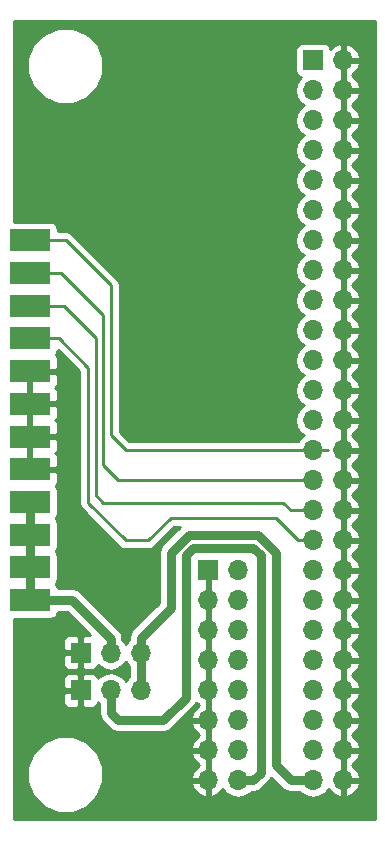
<source format=gtl>
G04 #@! TF.FileFunction,Copper,L1,Top,Signal*
%FSLAX46Y46*%
G04 Gerber Fmt 4.6, Leading zero omitted, Abs format (unit mm)*
G04 Created by KiCad (PCBNEW 4.0.7) date Mon Nov 20 01:04:48 2017*
%MOMM*%
%LPD*%
G01*
G04 APERTURE LIST*
%ADD10C,0.100000*%
%ADD11R,3.480000X1.846667*%
%ADD12R,1.700000X1.700000*%
%ADD13O,1.700000X1.700000*%
%ADD14C,0.750000*%
%ADD15C,0.250000*%
%ADD16C,0.254000*%
G04 APERTURE END LIST*
D10*
D11*
X76980000Y-97795000D03*
X76980000Y-100565000D03*
X76980000Y-103335000D03*
X76980000Y-106105000D03*
X76980000Y-108875000D03*
X76980000Y-111645000D03*
X76980000Y-114415000D03*
X76980000Y-117185000D03*
X76980000Y-119955000D03*
X76980000Y-122725000D03*
X76980000Y-125495000D03*
X76980000Y-128265000D03*
D12*
X100965000Y-82550000D03*
D13*
X103505000Y-82550000D03*
X100965000Y-85090000D03*
X103505000Y-85090000D03*
X100965000Y-87630000D03*
X103505000Y-87630000D03*
X100965000Y-90170000D03*
X103505000Y-90170000D03*
X100965000Y-92710000D03*
X103505000Y-92710000D03*
X100965000Y-95250000D03*
X103505000Y-95250000D03*
X100965000Y-97790000D03*
X103505000Y-97790000D03*
X100965000Y-100330000D03*
X103505000Y-100330000D03*
X100965000Y-102870000D03*
X103505000Y-102870000D03*
X100965000Y-105410000D03*
X103505000Y-105410000D03*
X100965000Y-107950000D03*
X103505000Y-107950000D03*
X100965000Y-110490000D03*
X103505000Y-110490000D03*
X100965000Y-113030000D03*
X103505000Y-113030000D03*
X100965000Y-115570000D03*
X103505000Y-115570000D03*
X100965000Y-118110000D03*
X103505000Y-118110000D03*
X100965000Y-120650000D03*
X103505000Y-120650000D03*
X100965000Y-123190000D03*
X103505000Y-123190000D03*
X100965000Y-125730000D03*
X103505000Y-125730000D03*
X100965000Y-128270000D03*
X103505000Y-128270000D03*
X100965000Y-130810000D03*
X103505000Y-130810000D03*
X100965000Y-133350000D03*
X103505000Y-133350000D03*
X100965000Y-135890000D03*
X103505000Y-135890000D03*
X100965000Y-138430000D03*
X103505000Y-138430000D03*
X100965000Y-140970000D03*
X103505000Y-140970000D03*
X100965000Y-143510000D03*
X103505000Y-143510000D03*
D12*
X81280000Y-132715000D03*
D13*
X83820000Y-132715000D03*
X86360000Y-132715000D03*
D12*
X92075000Y-125730000D03*
D13*
X94615000Y-125730000D03*
X92075000Y-128270000D03*
X94615000Y-128270000D03*
X92075000Y-130810000D03*
X94615000Y-130810000D03*
X92075000Y-133350000D03*
X94615000Y-133350000D03*
X92075000Y-135890000D03*
X94615000Y-135890000D03*
X92075000Y-138430000D03*
X94615000Y-138430000D03*
X92075000Y-140970000D03*
X94615000Y-140970000D03*
X92075000Y-143510000D03*
X94615000Y-143510000D03*
D12*
X81280000Y-135890000D03*
D13*
X83820000Y-135890000D03*
X86360000Y-135890000D03*
D14*
X76980000Y-117185000D02*
X78088335Y-117185000D01*
D15*
X77470000Y-97795000D02*
X80015000Y-97795000D01*
X80015000Y-97795000D02*
X83820000Y-101600000D01*
X83820000Y-101600000D02*
X83820000Y-114300000D01*
X83820000Y-114300000D02*
X85090000Y-115570000D01*
X85090000Y-115570000D02*
X102229999Y-115570000D01*
X102229999Y-115570000D02*
X100965000Y-115570000D01*
X88900000Y-118110000D02*
X100965000Y-118110000D01*
X88900000Y-118110000D02*
X84455000Y-118110000D01*
X79610000Y-100565000D02*
X77470000Y-100565000D01*
X83185000Y-104140000D02*
X79610000Y-100565000D01*
X83185000Y-116840000D02*
X83185000Y-104140000D01*
X84455000Y-118110000D02*
X83185000Y-116840000D01*
X98425000Y-120015000D02*
X99060000Y-120650000D01*
X99060000Y-120650000D02*
X100965000Y-120650000D01*
X83185000Y-120015000D02*
X98425000Y-120015000D01*
X77470000Y-103335000D02*
X79840000Y-103335000D01*
X79840000Y-103335000D02*
X82550000Y-106045000D01*
X82550000Y-106045000D02*
X82550000Y-119380000D01*
X82550000Y-119380000D02*
X83185000Y-120015000D01*
X100330000Y-120015000D02*
X100965000Y-120650000D01*
X77470000Y-106105000D02*
X79435000Y-106105000D01*
X79435000Y-106105000D02*
X81915000Y-108585000D01*
X81915000Y-108585000D02*
X81915000Y-120015000D01*
X81915000Y-120015000D02*
X85090000Y-123190000D01*
X85090000Y-123190000D02*
X86995000Y-123190000D01*
X86995000Y-123190000D02*
X88900000Y-121285000D01*
X88900000Y-121285000D02*
X97790000Y-121285000D01*
X97790000Y-121285000D02*
X99695000Y-123190000D01*
X99695000Y-123190000D02*
X100965000Y-123190000D01*
D14*
X86360000Y-132715000D02*
X86360000Y-135890000D01*
X86360000Y-131445000D02*
X86360000Y-132715000D01*
X100965000Y-143510000D02*
X99060000Y-143510000D01*
X88900000Y-128905000D02*
X86360000Y-131445000D01*
X99060000Y-143510000D02*
X97790000Y-142240000D01*
X97790000Y-142240000D02*
X97790000Y-124245062D01*
X97790000Y-124245062D02*
X96264948Y-122720010D01*
X96264948Y-122720010D02*
X90425052Y-122720010D01*
X88900000Y-124245062D02*
X88900000Y-128905000D01*
X90425052Y-122720010D02*
X88900000Y-124245062D01*
X94615000Y-143510000D02*
X95885000Y-143510000D01*
X95885000Y-143510000D02*
X96520000Y-142875000D01*
X88265000Y-138430000D02*
X84455000Y-138430000D01*
X96520000Y-142875000D02*
X96520000Y-124460000D01*
X96520000Y-124460000D02*
X95885000Y-123825000D01*
X95885000Y-123825000D02*
X90805000Y-123825000D01*
X83820000Y-137795000D02*
X83820000Y-135890000D01*
X90805000Y-123825000D02*
X90170000Y-124460000D01*
X90170000Y-124460000D02*
X90170000Y-136525000D01*
X90170000Y-136525000D02*
X88265000Y-138430000D01*
X84455000Y-138430000D02*
X83820000Y-137795000D01*
X76980000Y-122725000D02*
X76980000Y-119955000D01*
X76980000Y-125495000D02*
X76980000Y-122725000D01*
X76980000Y-128265000D02*
X76980000Y-125495000D01*
X83820000Y-132715000D02*
X83820000Y-131512919D01*
X83820000Y-131512919D02*
X80572081Y-128265000D01*
X80572081Y-128265000D02*
X79470000Y-128265000D01*
X79470000Y-128265000D02*
X76980000Y-128265000D01*
D16*
G36*
X106206500Y-146832500D02*
X75626500Y-146832500D01*
X75626500Y-143669074D01*
X76752441Y-143669074D01*
X77242687Y-144855561D01*
X78149664Y-145764123D01*
X79335294Y-146256439D01*
X80619074Y-146257559D01*
X81805561Y-145767313D01*
X82714123Y-144860336D01*
X83126637Y-143866890D01*
X90633524Y-143866890D01*
X90803355Y-144276924D01*
X91193642Y-144705183D01*
X91718108Y-144951486D01*
X91948000Y-144830819D01*
X91948000Y-143637000D01*
X90754845Y-143637000D01*
X90633524Y-143866890D01*
X83126637Y-143866890D01*
X83206439Y-143674706D01*
X83207559Y-142390926D01*
X82767909Y-141326890D01*
X90633524Y-141326890D01*
X90803355Y-141736924D01*
X91193642Y-142165183D01*
X91352954Y-142240000D01*
X91193642Y-142314817D01*
X90803355Y-142743076D01*
X90633524Y-143153110D01*
X90754845Y-143383000D01*
X91948000Y-143383000D01*
X91948000Y-141097000D01*
X90754845Y-141097000D01*
X90633524Y-141326890D01*
X82767909Y-141326890D01*
X82717313Y-141204439D01*
X81810336Y-140295877D01*
X80624706Y-139803561D01*
X79340926Y-139802441D01*
X78154439Y-140292687D01*
X77245877Y-141199664D01*
X76753561Y-142385294D01*
X76752441Y-143669074D01*
X75626500Y-143669074D01*
X75626500Y-136175750D01*
X79795000Y-136175750D01*
X79795000Y-136866309D01*
X79891673Y-137099698D01*
X80070301Y-137278327D01*
X80303690Y-137375000D01*
X80994250Y-137375000D01*
X81153000Y-137216250D01*
X81153000Y-136017000D01*
X79953750Y-136017000D01*
X79795000Y-136175750D01*
X75626500Y-136175750D01*
X75626500Y-134913691D01*
X79795000Y-134913691D01*
X79795000Y-135604250D01*
X79953750Y-135763000D01*
X81153000Y-135763000D01*
X81153000Y-134563750D01*
X80994250Y-134405000D01*
X80303690Y-134405000D01*
X80070301Y-134501673D01*
X79891673Y-134680302D01*
X79795000Y-134913691D01*
X75626500Y-134913691D01*
X75626500Y-133000750D01*
X79795000Y-133000750D01*
X79795000Y-133691309D01*
X79891673Y-133924698D01*
X80070301Y-134103327D01*
X80303690Y-134200000D01*
X80994250Y-134200000D01*
X81153000Y-134041250D01*
X81153000Y-132842000D01*
X79953750Y-132842000D01*
X79795000Y-133000750D01*
X75626500Y-133000750D01*
X75626500Y-131738691D01*
X79795000Y-131738691D01*
X79795000Y-132429250D01*
X79953750Y-132588000D01*
X81153000Y-132588000D01*
X81153000Y-131388750D01*
X80994250Y-131230000D01*
X80303690Y-131230000D01*
X80070301Y-131326673D01*
X79891673Y-131505302D01*
X79795000Y-131738691D01*
X75626500Y-131738691D01*
X75626500Y-129835773D01*
X78720000Y-129835773D01*
X78955317Y-129791495D01*
X79171441Y-129652423D01*
X79316431Y-129440223D01*
X79349889Y-129275000D01*
X80153725Y-129275000D01*
X82108725Y-131230000D01*
X81565750Y-131230000D01*
X81407000Y-131388750D01*
X81407000Y-132588000D01*
X81427000Y-132588000D01*
X81427000Y-132842000D01*
X81407000Y-132842000D01*
X81407000Y-134041250D01*
X81565750Y-134200000D01*
X82256310Y-134200000D01*
X82489699Y-134103327D01*
X82668327Y-133924698D01*
X82740597Y-133750223D01*
X82769946Y-133794147D01*
X83251715Y-134116054D01*
X83820000Y-134229093D01*
X84388285Y-134116054D01*
X84870054Y-133794147D01*
X85090000Y-133464974D01*
X85309946Y-133794147D01*
X85350000Y-133820910D01*
X85350000Y-134784090D01*
X85309946Y-134810853D01*
X85090000Y-135140026D01*
X84870054Y-134810853D01*
X84388285Y-134488946D01*
X83820000Y-134375907D01*
X83251715Y-134488946D01*
X82769946Y-134810853D01*
X82740597Y-134854777D01*
X82668327Y-134680302D01*
X82489699Y-134501673D01*
X82256310Y-134405000D01*
X81565750Y-134405000D01*
X81407000Y-134563750D01*
X81407000Y-135763000D01*
X81427000Y-135763000D01*
X81427000Y-136017000D01*
X81407000Y-136017000D01*
X81407000Y-137216250D01*
X81565750Y-137375000D01*
X82256310Y-137375000D01*
X82489699Y-137278327D01*
X82668327Y-137099698D01*
X82740597Y-136925223D01*
X82769946Y-136969147D01*
X82810000Y-136995910D01*
X82810000Y-137795000D01*
X82886882Y-138181510D01*
X83105822Y-138509178D01*
X83740822Y-139144178D01*
X84068490Y-139363118D01*
X84455000Y-139440000D01*
X88265000Y-139440000D01*
X88651510Y-139363118D01*
X88979178Y-139144178D01*
X89336466Y-138786890D01*
X90633524Y-138786890D01*
X90803355Y-139196924D01*
X91193642Y-139625183D01*
X91352954Y-139700000D01*
X91193642Y-139774817D01*
X90803355Y-140203076D01*
X90633524Y-140613110D01*
X90754845Y-140843000D01*
X91948000Y-140843000D01*
X91948000Y-138557000D01*
X90754845Y-138557000D01*
X90633524Y-138786890D01*
X89336466Y-138786890D01*
X90884178Y-137239178D01*
X91074458Y-136954403D01*
X91193642Y-137085183D01*
X91352954Y-137160000D01*
X91193642Y-137234817D01*
X90803355Y-137663076D01*
X90633524Y-138073110D01*
X90754845Y-138303000D01*
X91948000Y-138303000D01*
X91948000Y-136017000D01*
X91928000Y-136017000D01*
X91928000Y-135763000D01*
X91948000Y-135763000D01*
X91948000Y-133477000D01*
X91928000Y-133477000D01*
X91928000Y-133223000D01*
X91948000Y-133223000D01*
X91948000Y-130937000D01*
X91928000Y-130937000D01*
X91928000Y-130683000D01*
X91948000Y-130683000D01*
X91948000Y-128397000D01*
X91928000Y-128397000D01*
X91928000Y-128143000D01*
X91948000Y-128143000D01*
X91948000Y-125857000D01*
X91928000Y-125857000D01*
X91928000Y-125603000D01*
X91948000Y-125603000D01*
X91948000Y-125583000D01*
X92202000Y-125583000D01*
X92202000Y-125603000D01*
X92222000Y-125603000D01*
X92222000Y-125857000D01*
X92202000Y-125857000D01*
X92202000Y-128143000D01*
X92222000Y-128143000D01*
X92222000Y-128397000D01*
X92202000Y-128397000D01*
X92202000Y-130683000D01*
X92222000Y-130683000D01*
X92222000Y-130937000D01*
X92202000Y-130937000D01*
X92202000Y-133223000D01*
X92222000Y-133223000D01*
X92222000Y-133477000D01*
X92202000Y-133477000D01*
X92202000Y-135763000D01*
X92222000Y-135763000D01*
X92222000Y-136017000D01*
X92202000Y-136017000D01*
X92202000Y-138303000D01*
X92222000Y-138303000D01*
X92222000Y-138557000D01*
X92202000Y-138557000D01*
X92202000Y-140843000D01*
X92222000Y-140843000D01*
X92222000Y-141097000D01*
X92202000Y-141097000D01*
X92202000Y-143383000D01*
X92222000Y-143383000D01*
X92222000Y-143637000D01*
X92202000Y-143637000D01*
X92202000Y-144830819D01*
X92431892Y-144951486D01*
X92956358Y-144705183D01*
X93346645Y-144276924D01*
X93346655Y-144276899D01*
X93535853Y-144560054D01*
X94017622Y-144881961D01*
X94585907Y-144995000D01*
X94644093Y-144995000D01*
X95212378Y-144881961D01*
X95694147Y-144560054D01*
X95720910Y-144520000D01*
X95885000Y-144520000D01*
X96271510Y-144443118D01*
X96599178Y-144224178D01*
X97234178Y-143589178D01*
X97425094Y-143303450D01*
X98345822Y-144224178D01*
X98673490Y-144443118D01*
X99060000Y-144520000D01*
X99859090Y-144520000D01*
X99885853Y-144560054D01*
X100367622Y-144881961D01*
X100935907Y-144995000D01*
X100994093Y-144995000D01*
X101562378Y-144881961D01*
X102044147Y-144560054D01*
X102233345Y-144276899D01*
X102233355Y-144276924D01*
X102623642Y-144705183D01*
X103148108Y-144951486D01*
X103378000Y-144830819D01*
X103378000Y-143637000D01*
X103632000Y-143637000D01*
X103632000Y-144830819D01*
X103861892Y-144951486D01*
X104386358Y-144705183D01*
X104776645Y-144276924D01*
X104946476Y-143866890D01*
X104825155Y-143637000D01*
X103632000Y-143637000D01*
X103378000Y-143637000D01*
X103358000Y-143637000D01*
X103358000Y-143383000D01*
X103378000Y-143383000D01*
X103378000Y-141097000D01*
X103632000Y-141097000D01*
X103632000Y-143383000D01*
X104825155Y-143383000D01*
X104946476Y-143153110D01*
X104776645Y-142743076D01*
X104386358Y-142314817D01*
X104227046Y-142240000D01*
X104386358Y-142165183D01*
X104776645Y-141736924D01*
X104946476Y-141326890D01*
X104825155Y-141097000D01*
X103632000Y-141097000D01*
X103378000Y-141097000D01*
X103358000Y-141097000D01*
X103358000Y-140843000D01*
X103378000Y-140843000D01*
X103378000Y-138557000D01*
X103632000Y-138557000D01*
X103632000Y-140843000D01*
X104825155Y-140843000D01*
X104946476Y-140613110D01*
X104776645Y-140203076D01*
X104386358Y-139774817D01*
X104227046Y-139700000D01*
X104386358Y-139625183D01*
X104776645Y-139196924D01*
X104946476Y-138786890D01*
X104825155Y-138557000D01*
X103632000Y-138557000D01*
X103378000Y-138557000D01*
X103358000Y-138557000D01*
X103358000Y-138303000D01*
X103378000Y-138303000D01*
X103378000Y-136017000D01*
X103632000Y-136017000D01*
X103632000Y-138303000D01*
X104825155Y-138303000D01*
X104946476Y-138073110D01*
X104776645Y-137663076D01*
X104386358Y-137234817D01*
X104227046Y-137160000D01*
X104386358Y-137085183D01*
X104776645Y-136656924D01*
X104946476Y-136246890D01*
X104825155Y-136017000D01*
X103632000Y-136017000D01*
X103378000Y-136017000D01*
X103358000Y-136017000D01*
X103358000Y-135763000D01*
X103378000Y-135763000D01*
X103378000Y-133477000D01*
X103632000Y-133477000D01*
X103632000Y-135763000D01*
X104825155Y-135763000D01*
X104946476Y-135533110D01*
X104776645Y-135123076D01*
X104386358Y-134694817D01*
X104227046Y-134620000D01*
X104386358Y-134545183D01*
X104776645Y-134116924D01*
X104946476Y-133706890D01*
X104825155Y-133477000D01*
X103632000Y-133477000D01*
X103378000Y-133477000D01*
X103358000Y-133477000D01*
X103358000Y-133223000D01*
X103378000Y-133223000D01*
X103378000Y-130937000D01*
X103632000Y-130937000D01*
X103632000Y-133223000D01*
X104825155Y-133223000D01*
X104946476Y-132993110D01*
X104776645Y-132583076D01*
X104386358Y-132154817D01*
X104227046Y-132080000D01*
X104386358Y-132005183D01*
X104776645Y-131576924D01*
X104946476Y-131166890D01*
X104825155Y-130937000D01*
X103632000Y-130937000D01*
X103378000Y-130937000D01*
X103358000Y-130937000D01*
X103358000Y-130683000D01*
X103378000Y-130683000D01*
X103378000Y-128397000D01*
X103632000Y-128397000D01*
X103632000Y-130683000D01*
X104825155Y-130683000D01*
X104946476Y-130453110D01*
X104776645Y-130043076D01*
X104386358Y-129614817D01*
X104227046Y-129540000D01*
X104386358Y-129465183D01*
X104776645Y-129036924D01*
X104946476Y-128626890D01*
X104825155Y-128397000D01*
X103632000Y-128397000D01*
X103378000Y-128397000D01*
X103358000Y-128397000D01*
X103358000Y-128143000D01*
X103378000Y-128143000D01*
X103378000Y-125857000D01*
X103632000Y-125857000D01*
X103632000Y-128143000D01*
X104825155Y-128143000D01*
X104946476Y-127913110D01*
X104776645Y-127503076D01*
X104386358Y-127074817D01*
X104227046Y-127000000D01*
X104386358Y-126925183D01*
X104776645Y-126496924D01*
X104946476Y-126086890D01*
X104825155Y-125857000D01*
X103632000Y-125857000D01*
X103378000Y-125857000D01*
X103358000Y-125857000D01*
X103358000Y-125603000D01*
X103378000Y-125603000D01*
X103378000Y-123317000D01*
X103632000Y-123317000D01*
X103632000Y-125603000D01*
X104825155Y-125603000D01*
X104946476Y-125373110D01*
X104776645Y-124963076D01*
X104386358Y-124534817D01*
X104227046Y-124460000D01*
X104386358Y-124385183D01*
X104776645Y-123956924D01*
X104946476Y-123546890D01*
X104825155Y-123317000D01*
X103632000Y-123317000D01*
X103378000Y-123317000D01*
X103358000Y-123317000D01*
X103358000Y-123063000D01*
X103378000Y-123063000D01*
X103378000Y-120777000D01*
X103632000Y-120777000D01*
X103632000Y-123063000D01*
X104825155Y-123063000D01*
X104946476Y-122833110D01*
X104776645Y-122423076D01*
X104386358Y-121994817D01*
X104227046Y-121920000D01*
X104386358Y-121845183D01*
X104776645Y-121416924D01*
X104946476Y-121006890D01*
X104825155Y-120777000D01*
X103632000Y-120777000D01*
X103378000Y-120777000D01*
X103358000Y-120777000D01*
X103358000Y-120523000D01*
X103378000Y-120523000D01*
X103378000Y-118237000D01*
X103632000Y-118237000D01*
X103632000Y-120523000D01*
X104825155Y-120523000D01*
X104946476Y-120293110D01*
X104776645Y-119883076D01*
X104386358Y-119454817D01*
X104227046Y-119380000D01*
X104386358Y-119305183D01*
X104776645Y-118876924D01*
X104946476Y-118466890D01*
X104825155Y-118237000D01*
X103632000Y-118237000D01*
X103378000Y-118237000D01*
X103358000Y-118237000D01*
X103358000Y-117983000D01*
X103378000Y-117983000D01*
X103378000Y-115697000D01*
X103632000Y-115697000D01*
X103632000Y-117983000D01*
X104825155Y-117983000D01*
X104946476Y-117753110D01*
X104776645Y-117343076D01*
X104386358Y-116914817D01*
X104227046Y-116840000D01*
X104386358Y-116765183D01*
X104776645Y-116336924D01*
X104946476Y-115926890D01*
X104825155Y-115697000D01*
X103632000Y-115697000D01*
X103378000Y-115697000D01*
X103358000Y-115697000D01*
X103358000Y-115443000D01*
X103378000Y-115443000D01*
X103378000Y-113157000D01*
X103632000Y-113157000D01*
X103632000Y-115443000D01*
X104825155Y-115443000D01*
X104946476Y-115213110D01*
X104776645Y-114803076D01*
X104386358Y-114374817D01*
X104227046Y-114300000D01*
X104386358Y-114225183D01*
X104776645Y-113796924D01*
X104946476Y-113386890D01*
X104825155Y-113157000D01*
X103632000Y-113157000D01*
X103378000Y-113157000D01*
X103358000Y-113157000D01*
X103358000Y-112903000D01*
X103378000Y-112903000D01*
X103378000Y-110617000D01*
X103632000Y-110617000D01*
X103632000Y-112903000D01*
X104825155Y-112903000D01*
X104946476Y-112673110D01*
X104776645Y-112263076D01*
X104386358Y-111834817D01*
X104227046Y-111760000D01*
X104386358Y-111685183D01*
X104776645Y-111256924D01*
X104946476Y-110846890D01*
X104825155Y-110617000D01*
X103632000Y-110617000D01*
X103378000Y-110617000D01*
X103358000Y-110617000D01*
X103358000Y-110363000D01*
X103378000Y-110363000D01*
X103378000Y-108077000D01*
X103632000Y-108077000D01*
X103632000Y-110363000D01*
X104825155Y-110363000D01*
X104946476Y-110133110D01*
X104776645Y-109723076D01*
X104386358Y-109294817D01*
X104227046Y-109220000D01*
X104386358Y-109145183D01*
X104776645Y-108716924D01*
X104946476Y-108306890D01*
X104825155Y-108077000D01*
X103632000Y-108077000D01*
X103378000Y-108077000D01*
X103358000Y-108077000D01*
X103358000Y-107823000D01*
X103378000Y-107823000D01*
X103378000Y-105537000D01*
X103632000Y-105537000D01*
X103632000Y-107823000D01*
X104825155Y-107823000D01*
X104946476Y-107593110D01*
X104776645Y-107183076D01*
X104386358Y-106754817D01*
X104227046Y-106680000D01*
X104386358Y-106605183D01*
X104776645Y-106176924D01*
X104946476Y-105766890D01*
X104825155Y-105537000D01*
X103632000Y-105537000D01*
X103378000Y-105537000D01*
X103358000Y-105537000D01*
X103358000Y-105283000D01*
X103378000Y-105283000D01*
X103378000Y-102997000D01*
X103632000Y-102997000D01*
X103632000Y-105283000D01*
X104825155Y-105283000D01*
X104946476Y-105053110D01*
X104776645Y-104643076D01*
X104386358Y-104214817D01*
X104227046Y-104140000D01*
X104386358Y-104065183D01*
X104776645Y-103636924D01*
X104946476Y-103226890D01*
X104825155Y-102997000D01*
X103632000Y-102997000D01*
X103378000Y-102997000D01*
X103358000Y-102997000D01*
X103358000Y-102743000D01*
X103378000Y-102743000D01*
X103378000Y-100457000D01*
X103632000Y-100457000D01*
X103632000Y-102743000D01*
X104825155Y-102743000D01*
X104946476Y-102513110D01*
X104776645Y-102103076D01*
X104386358Y-101674817D01*
X104227046Y-101600000D01*
X104386358Y-101525183D01*
X104776645Y-101096924D01*
X104946476Y-100686890D01*
X104825155Y-100457000D01*
X103632000Y-100457000D01*
X103378000Y-100457000D01*
X103358000Y-100457000D01*
X103358000Y-100203000D01*
X103378000Y-100203000D01*
X103378000Y-97917000D01*
X103632000Y-97917000D01*
X103632000Y-100203000D01*
X104825155Y-100203000D01*
X104946476Y-99973110D01*
X104776645Y-99563076D01*
X104386358Y-99134817D01*
X104227046Y-99060000D01*
X104386358Y-98985183D01*
X104776645Y-98556924D01*
X104946476Y-98146890D01*
X104825155Y-97917000D01*
X103632000Y-97917000D01*
X103378000Y-97917000D01*
X103358000Y-97917000D01*
X103358000Y-97663000D01*
X103378000Y-97663000D01*
X103378000Y-95377000D01*
X103632000Y-95377000D01*
X103632000Y-97663000D01*
X104825155Y-97663000D01*
X104946476Y-97433110D01*
X104776645Y-97023076D01*
X104386358Y-96594817D01*
X104227046Y-96520000D01*
X104386358Y-96445183D01*
X104776645Y-96016924D01*
X104946476Y-95606890D01*
X104825155Y-95377000D01*
X103632000Y-95377000D01*
X103378000Y-95377000D01*
X103358000Y-95377000D01*
X103358000Y-95123000D01*
X103378000Y-95123000D01*
X103378000Y-92837000D01*
X103632000Y-92837000D01*
X103632000Y-95123000D01*
X104825155Y-95123000D01*
X104946476Y-94893110D01*
X104776645Y-94483076D01*
X104386358Y-94054817D01*
X104227046Y-93980000D01*
X104386358Y-93905183D01*
X104776645Y-93476924D01*
X104946476Y-93066890D01*
X104825155Y-92837000D01*
X103632000Y-92837000D01*
X103378000Y-92837000D01*
X103358000Y-92837000D01*
X103358000Y-92583000D01*
X103378000Y-92583000D01*
X103378000Y-90297000D01*
X103632000Y-90297000D01*
X103632000Y-92583000D01*
X104825155Y-92583000D01*
X104946476Y-92353110D01*
X104776645Y-91943076D01*
X104386358Y-91514817D01*
X104227046Y-91440000D01*
X104386358Y-91365183D01*
X104776645Y-90936924D01*
X104946476Y-90526890D01*
X104825155Y-90297000D01*
X103632000Y-90297000D01*
X103378000Y-90297000D01*
X103358000Y-90297000D01*
X103358000Y-90043000D01*
X103378000Y-90043000D01*
X103378000Y-87757000D01*
X103632000Y-87757000D01*
X103632000Y-90043000D01*
X104825155Y-90043000D01*
X104946476Y-89813110D01*
X104776645Y-89403076D01*
X104386358Y-88974817D01*
X104227046Y-88900000D01*
X104386358Y-88825183D01*
X104776645Y-88396924D01*
X104946476Y-87986890D01*
X104825155Y-87757000D01*
X103632000Y-87757000D01*
X103378000Y-87757000D01*
X103358000Y-87757000D01*
X103358000Y-87503000D01*
X103378000Y-87503000D01*
X103378000Y-85217000D01*
X103632000Y-85217000D01*
X103632000Y-87503000D01*
X104825155Y-87503000D01*
X104946476Y-87273110D01*
X104776645Y-86863076D01*
X104386358Y-86434817D01*
X104227046Y-86360000D01*
X104386358Y-86285183D01*
X104776645Y-85856924D01*
X104946476Y-85446890D01*
X104825155Y-85217000D01*
X103632000Y-85217000D01*
X103378000Y-85217000D01*
X103358000Y-85217000D01*
X103358000Y-84963000D01*
X103378000Y-84963000D01*
X103378000Y-82677000D01*
X103632000Y-82677000D01*
X103632000Y-84963000D01*
X104825155Y-84963000D01*
X104946476Y-84733110D01*
X104776645Y-84323076D01*
X104386358Y-83894817D01*
X104227046Y-83820000D01*
X104386358Y-83745183D01*
X104776645Y-83316924D01*
X104946476Y-82906890D01*
X104825155Y-82677000D01*
X103632000Y-82677000D01*
X103378000Y-82677000D01*
X103358000Y-82677000D01*
X103358000Y-82423000D01*
X103378000Y-82423000D01*
X103378000Y-81229181D01*
X103632000Y-81229181D01*
X103632000Y-82423000D01*
X104825155Y-82423000D01*
X104946476Y-82193110D01*
X104776645Y-81783076D01*
X104386358Y-81354817D01*
X103861892Y-81108514D01*
X103632000Y-81229181D01*
X103378000Y-81229181D01*
X103148108Y-81108514D01*
X102623642Y-81354817D01*
X102436192Y-81560504D01*
X102418162Y-81464683D01*
X102279090Y-81248559D01*
X102066890Y-81103569D01*
X101815000Y-81052560D01*
X100115000Y-81052560D01*
X99879683Y-81096838D01*
X99663559Y-81235910D01*
X99518569Y-81448110D01*
X99467560Y-81700000D01*
X99467560Y-83400000D01*
X99511838Y-83635317D01*
X99650910Y-83851441D01*
X99863110Y-83996431D01*
X99930541Y-84010086D01*
X99885853Y-84039946D01*
X99563946Y-84521715D01*
X99450907Y-85090000D01*
X99563946Y-85658285D01*
X99885853Y-86140054D01*
X100215026Y-86360000D01*
X99885853Y-86579946D01*
X99563946Y-87061715D01*
X99450907Y-87630000D01*
X99563946Y-88198285D01*
X99885853Y-88680054D01*
X100215026Y-88900000D01*
X99885853Y-89119946D01*
X99563946Y-89601715D01*
X99450907Y-90170000D01*
X99563946Y-90738285D01*
X99885853Y-91220054D01*
X100215026Y-91440000D01*
X99885853Y-91659946D01*
X99563946Y-92141715D01*
X99450907Y-92710000D01*
X99563946Y-93278285D01*
X99885853Y-93760054D01*
X100215026Y-93980000D01*
X99885853Y-94199946D01*
X99563946Y-94681715D01*
X99450907Y-95250000D01*
X99563946Y-95818285D01*
X99885853Y-96300054D01*
X100215026Y-96520000D01*
X99885853Y-96739946D01*
X99563946Y-97221715D01*
X99450907Y-97790000D01*
X99563946Y-98358285D01*
X99885853Y-98840054D01*
X100215026Y-99060000D01*
X99885853Y-99279946D01*
X99563946Y-99761715D01*
X99450907Y-100330000D01*
X99563946Y-100898285D01*
X99885853Y-101380054D01*
X100215026Y-101600000D01*
X99885853Y-101819946D01*
X99563946Y-102301715D01*
X99450907Y-102870000D01*
X99563946Y-103438285D01*
X99885853Y-103920054D01*
X100215026Y-104140000D01*
X99885853Y-104359946D01*
X99563946Y-104841715D01*
X99450907Y-105410000D01*
X99563946Y-105978285D01*
X99885853Y-106460054D01*
X100215026Y-106680000D01*
X99885853Y-106899946D01*
X99563946Y-107381715D01*
X99450907Y-107950000D01*
X99563946Y-108518285D01*
X99885853Y-109000054D01*
X100215026Y-109220000D01*
X99885853Y-109439946D01*
X99563946Y-109921715D01*
X99450907Y-110490000D01*
X99563946Y-111058285D01*
X99885853Y-111540054D01*
X100215026Y-111760000D01*
X99885853Y-111979946D01*
X99563946Y-112461715D01*
X99450907Y-113030000D01*
X99563946Y-113598285D01*
X99885853Y-114080054D01*
X100215026Y-114300000D01*
X99885853Y-114519946D01*
X99692046Y-114810000D01*
X85404802Y-114810000D01*
X84580000Y-113985198D01*
X84580000Y-101600000D01*
X84522148Y-101309161D01*
X84357401Y-101062599D01*
X80552401Y-97257599D01*
X80305839Y-97092852D01*
X80015000Y-97035000D01*
X79367440Y-97035000D01*
X79367440Y-96871667D01*
X79323162Y-96636350D01*
X79184090Y-96420226D01*
X78971890Y-96275236D01*
X78720000Y-96224227D01*
X75626500Y-96224227D01*
X75626500Y-83669074D01*
X76752441Y-83669074D01*
X77242687Y-84855561D01*
X78149664Y-85764123D01*
X79335294Y-86256439D01*
X80619074Y-86257559D01*
X81805561Y-85767313D01*
X82714123Y-84860336D01*
X83206439Y-83674706D01*
X83207559Y-82390926D01*
X82717313Y-81204439D01*
X81810336Y-80295877D01*
X80624706Y-79803561D01*
X79340926Y-79802441D01*
X78154439Y-80292687D01*
X77245877Y-81199664D01*
X76753561Y-82385294D01*
X76752441Y-83669074D01*
X75626500Y-83669074D01*
X75626500Y-79252500D01*
X106206500Y-79252500D01*
X106206500Y-146832500D01*
X106206500Y-146832500D01*
G37*
X106206500Y-146832500D02*
X75626500Y-146832500D01*
X75626500Y-143669074D01*
X76752441Y-143669074D01*
X77242687Y-144855561D01*
X78149664Y-145764123D01*
X79335294Y-146256439D01*
X80619074Y-146257559D01*
X81805561Y-145767313D01*
X82714123Y-144860336D01*
X83126637Y-143866890D01*
X90633524Y-143866890D01*
X90803355Y-144276924D01*
X91193642Y-144705183D01*
X91718108Y-144951486D01*
X91948000Y-144830819D01*
X91948000Y-143637000D01*
X90754845Y-143637000D01*
X90633524Y-143866890D01*
X83126637Y-143866890D01*
X83206439Y-143674706D01*
X83207559Y-142390926D01*
X82767909Y-141326890D01*
X90633524Y-141326890D01*
X90803355Y-141736924D01*
X91193642Y-142165183D01*
X91352954Y-142240000D01*
X91193642Y-142314817D01*
X90803355Y-142743076D01*
X90633524Y-143153110D01*
X90754845Y-143383000D01*
X91948000Y-143383000D01*
X91948000Y-141097000D01*
X90754845Y-141097000D01*
X90633524Y-141326890D01*
X82767909Y-141326890D01*
X82717313Y-141204439D01*
X81810336Y-140295877D01*
X80624706Y-139803561D01*
X79340926Y-139802441D01*
X78154439Y-140292687D01*
X77245877Y-141199664D01*
X76753561Y-142385294D01*
X76752441Y-143669074D01*
X75626500Y-143669074D01*
X75626500Y-136175750D01*
X79795000Y-136175750D01*
X79795000Y-136866309D01*
X79891673Y-137099698D01*
X80070301Y-137278327D01*
X80303690Y-137375000D01*
X80994250Y-137375000D01*
X81153000Y-137216250D01*
X81153000Y-136017000D01*
X79953750Y-136017000D01*
X79795000Y-136175750D01*
X75626500Y-136175750D01*
X75626500Y-134913691D01*
X79795000Y-134913691D01*
X79795000Y-135604250D01*
X79953750Y-135763000D01*
X81153000Y-135763000D01*
X81153000Y-134563750D01*
X80994250Y-134405000D01*
X80303690Y-134405000D01*
X80070301Y-134501673D01*
X79891673Y-134680302D01*
X79795000Y-134913691D01*
X75626500Y-134913691D01*
X75626500Y-133000750D01*
X79795000Y-133000750D01*
X79795000Y-133691309D01*
X79891673Y-133924698D01*
X80070301Y-134103327D01*
X80303690Y-134200000D01*
X80994250Y-134200000D01*
X81153000Y-134041250D01*
X81153000Y-132842000D01*
X79953750Y-132842000D01*
X79795000Y-133000750D01*
X75626500Y-133000750D01*
X75626500Y-131738691D01*
X79795000Y-131738691D01*
X79795000Y-132429250D01*
X79953750Y-132588000D01*
X81153000Y-132588000D01*
X81153000Y-131388750D01*
X80994250Y-131230000D01*
X80303690Y-131230000D01*
X80070301Y-131326673D01*
X79891673Y-131505302D01*
X79795000Y-131738691D01*
X75626500Y-131738691D01*
X75626500Y-129835773D01*
X78720000Y-129835773D01*
X78955317Y-129791495D01*
X79171441Y-129652423D01*
X79316431Y-129440223D01*
X79349889Y-129275000D01*
X80153725Y-129275000D01*
X82108725Y-131230000D01*
X81565750Y-131230000D01*
X81407000Y-131388750D01*
X81407000Y-132588000D01*
X81427000Y-132588000D01*
X81427000Y-132842000D01*
X81407000Y-132842000D01*
X81407000Y-134041250D01*
X81565750Y-134200000D01*
X82256310Y-134200000D01*
X82489699Y-134103327D01*
X82668327Y-133924698D01*
X82740597Y-133750223D01*
X82769946Y-133794147D01*
X83251715Y-134116054D01*
X83820000Y-134229093D01*
X84388285Y-134116054D01*
X84870054Y-133794147D01*
X85090000Y-133464974D01*
X85309946Y-133794147D01*
X85350000Y-133820910D01*
X85350000Y-134784090D01*
X85309946Y-134810853D01*
X85090000Y-135140026D01*
X84870054Y-134810853D01*
X84388285Y-134488946D01*
X83820000Y-134375907D01*
X83251715Y-134488946D01*
X82769946Y-134810853D01*
X82740597Y-134854777D01*
X82668327Y-134680302D01*
X82489699Y-134501673D01*
X82256310Y-134405000D01*
X81565750Y-134405000D01*
X81407000Y-134563750D01*
X81407000Y-135763000D01*
X81427000Y-135763000D01*
X81427000Y-136017000D01*
X81407000Y-136017000D01*
X81407000Y-137216250D01*
X81565750Y-137375000D01*
X82256310Y-137375000D01*
X82489699Y-137278327D01*
X82668327Y-137099698D01*
X82740597Y-136925223D01*
X82769946Y-136969147D01*
X82810000Y-136995910D01*
X82810000Y-137795000D01*
X82886882Y-138181510D01*
X83105822Y-138509178D01*
X83740822Y-139144178D01*
X84068490Y-139363118D01*
X84455000Y-139440000D01*
X88265000Y-139440000D01*
X88651510Y-139363118D01*
X88979178Y-139144178D01*
X89336466Y-138786890D01*
X90633524Y-138786890D01*
X90803355Y-139196924D01*
X91193642Y-139625183D01*
X91352954Y-139700000D01*
X91193642Y-139774817D01*
X90803355Y-140203076D01*
X90633524Y-140613110D01*
X90754845Y-140843000D01*
X91948000Y-140843000D01*
X91948000Y-138557000D01*
X90754845Y-138557000D01*
X90633524Y-138786890D01*
X89336466Y-138786890D01*
X90884178Y-137239178D01*
X91074458Y-136954403D01*
X91193642Y-137085183D01*
X91352954Y-137160000D01*
X91193642Y-137234817D01*
X90803355Y-137663076D01*
X90633524Y-138073110D01*
X90754845Y-138303000D01*
X91948000Y-138303000D01*
X91948000Y-136017000D01*
X91928000Y-136017000D01*
X91928000Y-135763000D01*
X91948000Y-135763000D01*
X91948000Y-133477000D01*
X91928000Y-133477000D01*
X91928000Y-133223000D01*
X91948000Y-133223000D01*
X91948000Y-130937000D01*
X91928000Y-130937000D01*
X91928000Y-130683000D01*
X91948000Y-130683000D01*
X91948000Y-128397000D01*
X91928000Y-128397000D01*
X91928000Y-128143000D01*
X91948000Y-128143000D01*
X91948000Y-125857000D01*
X91928000Y-125857000D01*
X91928000Y-125603000D01*
X91948000Y-125603000D01*
X91948000Y-125583000D01*
X92202000Y-125583000D01*
X92202000Y-125603000D01*
X92222000Y-125603000D01*
X92222000Y-125857000D01*
X92202000Y-125857000D01*
X92202000Y-128143000D01*
X92222000Y-128143000D01*
X92222000Y-128397000D01*
X92202000Y-128397000D01*
X92202000Y-130683000D01*
X92222000Y-130683000D01*
X92222000Y-130937000D01*
X92202000Y-130937000D01*
X92202000Y-133223000D01*
X92222000Y-133223000D01*
X92222000Y-133477000D01*
X92202000Y-133477000D01*
X92202000Y-135763000D01*
X92222000Y-135763000D01*
X92222000Y-136017000D01*
X92202000Y-136017000D01*
X92202000Y-138303000D01*
X92222000Y-138303000D01*
X92222000Y-138557000D01*
X92202000Y-138557000D01*
X92202000Y-140843000D01*
X92222000Y-140843000D01*
X92222000Y-141097000D01*
X92202000Y-141097000D01*
X92202000Y-143383000D01*
X92222000Y-143383000D01*
X92222000Y-143637000D01*
X92202000Y-143637000D01*
X92202000Y-144830819D01*
X92431892Y-144951486D01*
X92956358Y-144705183D01*
X93346645Y-144276924D01*
X93346655Y-144276899D01*
X93535853Y-144560054D01*
X94017622Y-144881961D01*
X94585907Y-144995000D01*
X94644093Y-144995000D01*
X95212378Y-144881961D01*
X95694147Y-144560054D01*
X95720910Y-144520000D01*
X95885000Y-144520000D01*
X96271510Y-144443118D01*
X96599178Y-144224178D01*
X97234178Y-143589178D01*
X97425094Y-143303450D01*
X98345822Y-144224178D01*
X98673490Y-144443118D01*
X99060000Y-144520000D01*
X99859090Y-144520000D01*
X99885853Y-144560054D01*
X100367622Y-144881961D01*
X100935907Y-144995000D01*
X100994093Y-144995000D01*
X101562378Y-144881961D01*
X102044147Y-144560054D01*
X102233345Y-144276899D01*
X102233355Y-144276924D01*
X102623642Y-144705183D01*
X103148108Y-144951486D01*
X103378000Y-144830819D01*
X103378000Y-143637000D01*
X103632000Y-143637000D01*
X103632000Y-144830819D01*
X103861892Y-144951486D01*
X104386358Y-144705183D01*
X104776645Y-144276924D01*
X104946476Y-143866890D01*
X104825155Y-143637000D01*
X103632000Y-143637000D01*
X103378000Y-143637000D01*
X103358000Y-143637000D01*
X103358000Y-143383000D01*
X103378000Y-143383000D01*
X103378000Y-141097000D01*
X103632000Y-141097000D01*
X103632000Y-143383000D01*
X104825155Y-143383000D01*
X104946476Y-143153110D01*
X104776645Y-142743076D01*
X104386358Y-142314817D01*
X104227046Y-142240000D01*
X104386358Y-142165183D01*
X104776645Y-141736924D01*
X104946476Y-141326890D01*
X104825155Y-141097000D01*
X103632000Y-141097000D01*
X103378000Y-141097000D01*
X103358000Y-141097000D01*
X103358000Y-140843000D01*
X103378000Y-140843000D01*
X103378000Y-138557000D01*
X103632000Y-138557000D01*
X103632000Y-140843000D01*
X104825155Y-140843000D01*
X104946476Y-140613110D01*
X104776645Y-140203076D01*
X104386358Y-139774817D01*
X104227046Y-139700000D01*
X104386358Y-139625183D01*
X104776645Y-139196924D01*
X104946476Y-138786890D01*
X104825155Y-138557000D01*
X103632000Y-138557000D01*
X103378000Y-138557000D01*
X103358000Y-138557000D01*
X103358000Y-138303000D01*
X103378000Y-138303000D01*
X103378000Y-136017000D01*
X103632000Y-136017000D01*
X103632000Y-138303000D01*
X104825155Y-138303000D01*
X104946476Y-138073110D01*
X104776645Y-137663076D01*
X104386358Y-137234817D01*
X104227046Y-137160000D01*
X104386358Y-137085183D01*
X104776645Y-136656924D01*
X104946476Y-136246890D01*
X104825155Y-136017000D01*
X103632000Y-136017000D01*
X103378000Y-136017000D01*
X103358000Y-136017000D01*
X103358000Y-135763000D01*
X103378000Y-135763000D01*
X103378000Y-133477000D01*
X103632000Y-133477000D01*
X103632000Y-135763000D01*
X104825155Y-135763000D01*
X104946476Y-135533110D01*
X104776645Y-135123076D01*
X104386358Y-134694817D01*
X104227046Y-134620000D01*
X104386358Y-134545183D01*
X104776645Y-134116924D01*
X104946476Y-133706890D01*
X104825155Y-133477000D01*
X103632000Y-133477000D01*
X103378000Y-133477000D01*
X103358000Y-133477000D01*
X103358000Y-133223000D01*
X103378000Y-133223000D01*
X103378000Y-130937000D01*
X103632000Y-130937000D01*
X103632000Y-133223000D01*
X104825155Y-133223000D01*
X104946476Y-132993110D01*
X104776645Y-132583076D01*
X104386358Y-132154817D01*
X104227046Y-132080000D01*
X104386358Y-132005183D01*
X104776645Y-131576924D01*
X104946476Y-131166890D01*
X104825155Y-130937000D01*
X103632000Y-130937000D01*
X103378000Y-130937000D01*
X103358000Y-130937000D01*
X103358000Y-130683000D01*
X103378000Y-130683000D01*
X103378000Y-128397000D01*
X103632000Y-128397000D01*
X103632000Y-130683000D01*
X104825155Y-130683000D01*
X104946476Y-130453110D01*
X104776645Y-130043076D01*
X104386358Y-129614817D01*
X104227046Y-129540000D01*
X104386358Y-129465183D01*
X104776645Y-129036924D01*
X104946476Y-128626890D01*
X104825155Y-128397000D01*
X103632000Y-128397000D01*
X103378000Y-128397000D01*
X103358000Y-128397000D01*
X103358000Y-128143000D01*
X103378000Y-128143000D01*
X103378000Y-125857000D01*
X103632000Y-125857000D01*
X103632000Y-128143000D01*
X104825155Y-128143000D01*
X104946476Y-127913110D01*
X104776645Y-127503076D01*
X104386358Y-127074817D01*
X104227046Y-127000000D01*
X104386358Y-126925183D01*
X104776645Y-126496924D01*
X104946476Y-126086890D01*
X104825155Y-125857000D01*
X103632000Y-125857000D01*
X103378000Y-125857000D01*
X103358000Y-125857000D01*
X103358000Y-125603000D01*
X103378000Y-125603000D01*
X103378000Y-123317000D01*
X103632000Y-123317000D01*
X103632000Y-125603000D01*
X104825155Y-125603000D01*
X104946476Y-125373110D01*
X104776645Y-124963076D01*
X104386358Y-124534817D01*
X104227046Y-124460000D01*
X104386358Y-124385183D01*
X104776645Y-123956924D01*
X104946476Y-123546890D01*
X104825155Y-123317000D01*
X103632000Y-123317000D01*
X103378000Y-123317000D01*
X103358000Y-123317000D01*
X103358000Y-123063000D01*
X103378000Y-123063000D01*
X103378000Y-120777000D01*
X103632000Y-120777000D01*
X103632000Y-123063000D01*
X104825155Y-123063000D01*
X104946476Y-122833110D01*
X104776645Y-122423076D01*
X104386358Y-121994817D01*
X104227046Y-121920000D01*
X104386358Y-121845183D01*
X104776645Y-121416924D01*
X104946476Y-121006890D01*
X104825155Y-120777000D01*
X103632000Y-120777000D01*
X103378000Y-120777000D01*
X103358000Y-120777000D01*
X103358000Y-120523000D01*
X103378000Y-120523000D01*
X103378000Y-118237000D01*
X103632000Y-118237000D01*
X103632000Y-120523000D01*
X104825155Y-120523000D01*
X104946476Y-120293110D01*
X104776645Y-119883076D01*
X104386358Y-119454817D01*
X104227046Y-119380000D01*
X104386358Y-119305183D01*
X104776645Y-118876924D01*
X104946476Y-118466890D01*
X104825155Y-118237000D01*
X103632000Y-118237000D01*
X103378000Y-118237000D01*
X103358000Y-118237000D01*
X103358000Y-117983000D01*
X103378000Y-117983000D01*
X103378000Y-115697000D01*
X103632000Y-115697000D01*
X103632000Y-117983000D01*
X104825155Y-117983000D01*
X104946476Y-117753110D01*
X104776645Y-117343076D01*
X104386358Y-116914817D01*
X104227046Y-116840000D01*
X104386358Y-116765183D01*
X104776645Y-116336924D01*
X104946476Y-115926890D01*
X104825155Y-115697000D01*
X103632000Y-115697000D01*
X103378000Y-115697000D01*
X103358000Y-115697000D01*
X103358000Y-115443000D01*
X103378000Y-115443000D01*
X103378000Y-113157000D01*
X103632000Y-113157000D01*
X103632000Y-115443000D01*
X104825155Y-115443000D01*
X104946476Y-115213110D01*
X104776645Y-114803076D01*
X104386358Y-114374817D01*
X104227046Y-114300000D01*
X104386358Y-114225183D01*
X104776645Y-113796924D01*
X104946476Y-113386890D01*
X104825155Y-113157000D01*
X103632000Y-113157000D01*
X103378000Y-113157000D01*
X103358000Y-113157000D01*
X103358000Y-112903000D01*
X103378000Y-112903000D01*
X103378000Y-110617000D01*
X103632000Y-110617000D01*
X103632000Y-112903000D01*
X104825155Y-112903000D01*
X104946476Y-112673110D01*
X104776645Y-112263076D01*
X104386358Y-111834817D01*
X104227046Y-111760000D01*
X104386358Y-111685183D01*
X104776645Y-111256924D01*
X104946476Y-110846890D01*
X104825155Y-110617000D01*
X103632000Y-110617000D01*
X103378000Y-110617000D01*
X103358000Y-110617000D01*
X103358000Y-110363000D01*
X103378000Y-110363000D01*
X103378000Y-108077000D01*
X103632000Y-108077000D01*
X103632000Y-110363000D01*
X104825155Y-110363000D01*
X104946476Y-110133110D01*
X104776645Y-109723076D01*
X104386358Y-109294817D01*
X104227046Y-109220000D01*
X104386358Y-109145183D01*
X104776645Y-108716924D01*
X104946476Y-108306890D01*
X104825155Y-108077000D01*
X103632000Y-108077000D01*
X103378000Y-108077000D01*
X103358000Y-108077000D01*
X103358000Y-107823000D01*
X103378000Y-107823000D01*
X103378000Y-105537000D01*
X103632000Y-105537000D01*
X103632000Y-107823000D01*
X104825155Y-107823000D01*
X104946476Y-107593110D01*
X104776645Y-107183076D01*
X104386358Y-106754817D01*
X104227046Y-106680000D01*
X104386358Y-106605183D01*
X104776645Y-106176924D01*
X104946476Y-105766890D01*
X104825155Y-105537000D01*
X103632000Y-105537000D01*
X103378000Y-105537000D01*
X103358000Y-105537000D01*
X103358000Y-105283000D01*
X103378000Y-105283000D01*
X103378000Y-102997000D01*
X103632000Y-102997000D01*
X103632000Y-105283000D01*
X104825155Y-105283000D01*
X104946476Y-105053110D01*
X104776645Y-104643076D01*
X104386358Y-104214817D01*
X104227046Y-104140000D01*
X104386358Y-104065183D01*
X104776645Y-103636924D01*
X104946476Y-103226890D01*
X104825155Y-102997000D01*
X103632000Y-102997000D01*
X103378000Y-102997000D01*
X103358000Y-102997000D01*
X103358000Y-102743000D01*
X103378000Y-102743000D01*
X103378000Y-100457000D01*
X103632000Y-100457000D01*
X103632000Y-102743000D01*
X104825155Y-102743000D01*
X104946476Y-102513110D01*
X104776645Y-102103076D01*
X104386358Y-101674817D01*
X104227046Y-101600000D01*
X104386358Y-101525183D01*
X104776645Y-101096924D01*
X104946476Y-100686890D01*
X104825155Y-100457000D01*
X103632000Y-100457000D01*
X103378000Y-100457000D01*
X103358000Y-100457000D01*
X103358000Y-100203000D01*
X103378000Y-100203000D01*
X103378000Y-97917000D01*
X103632000Y-97917000D01*
X103632000Y-100203000D01*
X104825155Y-100203000D01*
X104946476Y-99973110D01*
X104776645Y-99563076D01*
X104386358Y-99134817D01*
X104227046Y-99060000D01*
X104386358Y-98985183D01*
X104776645Y-98556924D01*
X104946476Y-98146890D01*
X104825155Y-97917000D01*
X103632000Y-97917000D01*
X103378000Y-97917000D01*
X103358000Y-97917000D01*
X103358000Y-97663000D01*
X103378000Y-97663000D01*
X103378000Y-95377000D01*
X103632000Y-95377000D01*
X103632000Y-97663000D01*
X104825155Y-97663000D01*
X104946476Y-97433110D01*
X104776645Y-97023076D01*
X104386358Y-96594817D01*
X104227046Y-96520000D01*
X104386358Y-96445183D01*
X104776645Y-96016924D01*
X104946476Y-95606890D01*
X104825155Y-95377000D01*
X103632000Y-95377000D01*
X103378000Y-95377000D01*
X103358000Y-95377000D01*
X103358000Y-95123000D01*
X103378000Y-95123000D01*
X103378000Y-92837000D01*
X103632000Y-92837000D01*
X103632000Y-95123000D01*
X104825155Y-95123000D01*
X104946476Y-94893110D01*
X104776645Y-94483076D01*
X104386358Y-94054817D01*
X104227046Y-93980000D01*
X104386358Y-93905183D01*
X104776645Y-93476924D01*
X104946476Y-93066890D01*
X104825155Y-92837000D01*
X103632000Y-92837000D01*
X103378000Y-92837000D01*
X103358000Y-92837000D01*
X103358000Y-92583000D01*
X103378000Y-92583000D01*
X103378000Y-90297000D01*
X103632000Y-90297000D01*
X103632000Y-92583000D01*
X104825155Y-92583000D01*
X104946476Y-92353110D01*
X104776645Y-91943076D01*
X104386358Y-91514817D01*
X104227046Y-91440000D01*
X104386358Y-91365183D01*
X104776645Y-90936924D01*
X104946476Y-90526890D01*
X104825155Y-90297000D01*
X103632000Y-90297000D01*
X103378000Y-90297000D01*
X103358000Y-90297000D01*
X103358000Y-90043000D01*
X103378000Y-90043000D01*
X103378000Y-87757000D01*
X103632000Y-87757000D01*
X103632000Y-90043000D01*
X104825155Y-90043000D01*
X104946476Y-89813110D01*
X104776645Y-89403076D01*
X104386358Y-88974817D01*
X104227046Y-88900000D01*
X104386358Y-88825183D01*
X104776645Y-88396924D01*
X104946476Y-87986890D01*
X104825155Y-87757000D01*
X103632000Y-87757000D01*
X103378000Y-87757000D01*
X103358000Y-87757000D01*
X103358000Y-87503000D01*
X103378000Y-87503000D01*
X103378000Y-85217000D01*
X103632000Y-85217000D01*
X103632000Y-87503000D01*
X104825155Y-87503000D01*
X104946476Y-87273110D01*
X104776645Y-86863076D01*
X104386358Y-86434817D01*
X104227046Y-86360000D01*
X104386358Y-86285183D01*
X104776645Y-85856924D01*
X104946476Y-85446890D01*
X104825155Y-85217000D01*
X103632000Y-85217000D01*
X103378000Y-85217000D01*
X103358000Y-85217000D01*
X103358000Y-84963000D01*
X103378000Y-84963000D01*
X103378000Y-82677000D01*
X103632000Y-82677000D01*
X103632000Y-84963000D01*
X104825155Y-84963000D01*
X104946476Y-84733110D01*
X104776645Y-84323076D01*
X104386358Y-83894817D01*
X104227046Y-83820000D01*
X104386358Y-83745183D01*
X104776645Y-83316924D01*
X104946476Y-82906890D01*
X104825155Y-82677000D01*
X103632000Y-82677000D01*
X103378000Y-82677000D01*
X103358000Y-82677000D01*
X103358000Y-82423000D01*
X103378000Y-82423000D01*
X103378000Y-81229181D01*
X103632000Y-81229181D01*
X103632000Y-82423000D01*
X104825155Y-82423000D01*
X104946476Y-82193110D01*
X104776645Y-81783076D01*
X104386358Y-81354817D01*
X103861892Y-81108514D01*
X103632000Y-81229181D01*
X103378000Y-81229181D01*
X103148108Y-81108514D01*
X102623642Y-81354817D01*
X102436192Y-81560504D01*
X102418162Y-81464683D01*
X102279090Y-81248559D01*
X102066890Y-81103569D01*
X101815000Y-81052560D01*
X100115000Y-81052560D01*
X99879683Y-81096838D01*
X99663559Y-81235910D01*
X99518569Y-81448110D01*
X99467560Y-81700000D01*
X99467560Y-83400000D01*
X99511838Y-83635317D01*
X99650910Y-83851441D01*
X99863110Y-83996431D01*
X99930541Y-84010086D01*
X99885853Y-84039946D01*
X99563946Y-84521715D01*
X99450907Y-85090000D01*
X99563946Y-85658285D01*
X99885853Y-86140054D01*
X100215026Y-86360000D01*
X99885853Y-86579946D01*
X99563946Y-87061715D01*
X99450907Y-87630000D01*
X99563946Y-88198285D01*
X99885853Y-88680054D01*
X100215026Y-88900000D01*
X99885853Y-89119946D01*
X99563946Y-89601715D01*
X99450907Y-90170000D01*
X99563946Y-90738285D01*
X99885853Y-91220054D01*
X100215026Y-91440000D01*
X99885853Y-91659946D01*
X99563946Y-92141715D01*
X99450907Y-92710000D01*
X99563946Y-93278285D01*
X99885853Y-93760054D01*
X100215026Y-93980000D01*
X99885853Y-94199946D01*
X99563946Y-94681715D01*
X99450907Y-95250000D01*
X99563946Y-95818285D01*
X99885853Y-96300054D01*
X100215026Y-96520000D01*
X99885853Y-96739946D01*
X99563946Y-97221715D01*
X99450907Y-97790000D01*
X99563946Y-98358285D01*
X99885853Y-98840054D01*
X100215026Y-99060000D01*
X99885853Y-99279946D01*
X99563946Y-99761715D01*
X99450907Y-100330000D01*
X99563946Y-100898285D01*
X99885853Y-101380054D01*
X100215026Y-101600000D01*
X99885853Y-101819946D01*
X99563946Y-102301715D01*
X99450907Y-102870000D01*
X99563946Y-103438285D01*
X99885853Y-103920054D01*
X100215026Y-104140000D01*
X99885853Y-104359946D01*
X99563946Y-104841715D01*
X99450907Y-105410000D01*
X99563946Y-105978285D01*
X99885853Y-106460054D01*
X100215026Y-106680000D01*
X99885853Y-106899946D01*
X99563946Y-107381715D01*
X99450907Y-107950000D01*
X99563946Y-108518285D01*
X99885853Y-109000054D01*
X100215026Y-109220000D01*
X99885853Y-109439946D01*
X99563946Y-109921715D01*
X99450907Y-110490000D01*
X99563946Y-111058285D01*
X99885853Y-111540054D01*
X100215026Y-111760000D01*
X99885853Y-111979946D01*
X99563946Y-112461715D01*
X99450907Y-113030000D01*
X99563946Y-113598285D01*
X99885853Y-114080054D01*
X100215026Y-114300000D01*
X99885853Y-114519946D01*
X99692046Y-114810000D01*
X85404802Y-114810000D01*
X84580000Y-113985198D01*
X84580000Y-101600000D01*
X84522148Y-101309161D01*
X84357401Y-101062599D01*
X80552401Y-97257599D01*
X80305839Y-97092852D01*
X80015000Y-97035000D01*
X79367440Y-97035000D01*
X79367440Y-96871667D01*
X79323162Y-96636350D01*
X79184090Y-96420226D01*
X78971890Y-96275236D01*
X78720000Y-96224227D01*
X75626500Y-96224227D01*
X75626500Y-83669074D01*
X76752441Y-83669074D01*
X77242687Y-84855561D01*
X78149664Y-85764123D01*
X79335294Y-86256439D01*
X80619074Y-86257559D01*
X81805561Y-85767313D01*
X82714123Y-84860336D01*
X83206439Y-83674706D01*
X83207559Y-82390926D01*
X82717313Y-81204439D01*
X81810336Y-80295877D01*
X80624706Y-79803561D01*
X79340926Y-79802441D01*
X78154439Y-80292687D01*
X77245877Y-81199664D01*
X76753561Y-82385294D01*
X76752441Y-83669074D01*
X75626500Y-83669074D01*
X75626500Y-79252500D01*
X106206500Y-79252500D01*
X106206500Y-146832500D01*
G36*
X81155000Y-108899802D02*
X81155000Y-120015000D01*
X81212852Y-120305839D01*
X81377599Y-120552401D01*
X84552599Y-123727401D01*
X84799161Y-123892148D01*
X85090000Y-123950000D01*
X86995000Y-123950000D01*
X87285839Y-123892148D01*
X87532401Y-123727401D01*
X89214802Y-122045000D01*
X89671706Y-122045000D01*
X88185822Y-123530884D01*
X87966882Y-123858552D01*
X87890000Y-124245062D01*
X87890000Y-128486644D01*
X85645822Y-130730822D01*
X85426882Y-131058490D01*
X85350000Y-131445000D01*
X85350000Y-131609090D01*
X85309946Y-131635853D01*
X85090000Y-131965026D01*
X84870054Y-131635853D01*
X84830000Y-131609090D01*
X84830000Y-131512919D01*
X84753118Y-131126409D01*
X84534178Y-130798741D01*
X81286259Y-127550822D01*
X80958591Y-127331882D01*
X80572081Y-127255000D01*
X79351132Y-127255000D01*
X79323162Y-127106350D01*
X79184090Y-126890226D01*
X79171832Y-126881851D01*
X79316431Y-126670223D01*
X79367440Y-126418333D01*
X79367440Y-124571667D01*
X79323162Y-124336350D01*
X79184090Y-124120226D01*
X79171832Y-124111851D01*
X79316431Y-123900223D01*
X79367440Y-123648333D01*
X79367440Y-121801667D01*
X79323162Y-121566350D01*
X79184090Y-121350226D01*
X79171832Y-121341851D01*
X79316431Y-121130223D01*
X79367440Y-120878333D01*
X79367440Y-119031667D01*
X79323162Y-118796350D01*
X79184090Y-118580226D01*
X79161540Y-118564818D01*
X79258327Y-118468031D01*
X79355000Y-118234642D01*
X79355000Y-117470750D01*
X79196250Y-117312000D01*
X77107000Y-117312000D01*
X77107000Y-117332000D01*
X76853000Y-117332000D01*
X76853000Y-117312000D01*
X76833000Y-117312000D01*
X76833000Y-117058000D01*
X76853000Y-117058000D01*
X76853000Y-114542000D01*
X77107000Y-114542000D01*
X77107000Y-117058000D01*
X79196250Y-117058000D01*
X79355000Y-116899250D01*
X79355000Y-116135358D01*
X79258327Y-115901969D01*
X79156359Y-115800000D01*
X79258327Y-115698031D01*
X79355000Y-115464642D01*
X79355000Y-114700750D01*
X79196250Y-114542000D01*
X77107000Y-114542000D01*
X76853000Y-114542000D01*
X76833000Y-114542000D01*
X76833000Y-114288000D01*
X76853000Y-114288000D01*
X76853000Y-111772000D01*
X77107000Y-111772000D01*
X77107000Y-114288000D01*
X79196250Y-114288000D01*
X79355000Y-114129250D01*
X79355000Y-113365358D01*
X79258327Y-113131969D01*
X79156359Y-113030000D01*
X79258327Y-112928031D01*
X79355000Y-112694642D01*
X79355000Y-111930750D01*
X79196250Y-111772000D01*
X77107000Y-111772000D01*
X76853000Y-111772000D01*
X76833000Y-111772000D01*
X76833000Y-111518000D01*
X76853000Y-111518000D01*
X76853000Y-109002000D01*
X77107000Y-109002000D01*
X77107000Y-111518000D01*
X79196250Y-111518000D01*
X79355000Y-111359250D01*
X79355000Y-110595358D01*
X79258327Y-110361969D01*
X79156359Y-110260000D01*
X79258327Y-110158031D01*
X79355000Y-109924642D01*
X79355000Y-109160750D01*
X79196250Y-109002000D01*
X77107000Y-109002000D01*
X76853000Y-109002000D01*
X76833000Y-109002000D01*
X76833000Y-108748000D01*
X76853000Y-108748000D01*
X76853000Y-108728000D01*
X77107000Y-108728000D01*
X77107000Y-108748000D01*
X79196250Y-108748000D01*
X79355000Y-108589250D01*
X79355000Y-107825358D01*
X79258327Y-107591969D01*
X79163738Y-107497380D01*
X79171441Y-107492423D01*
X79316431Y-107280223D01*
X79353310Y-107098112D01*
X81155000Y-108899802D01*
X81155000Y-108899802D01*
G37*
X81155000Y-108899802D02*
X81155000Y-120015000D01*
X81212852Y-120305839D01*
X81377599Y-120552401D01*
X84552599Y-123727401D01*
X84799161Y-123892148D01*
X85090000Y-123950000D01*
X86995000Y-123950000D01*
X87285839Y-123892148D01*
X87532401Y-123727401D01*
X89214802Y-122045000D01*
X89671706Y-122045000D01*
X88185822Y-123530884D01*
X87966882Y-123858552D01*
X87890000Y-124245062D01*
X87890000Y-128486644D01*
X85645822Y-130730822D01*
X85426882Y-131058490D01*
X85350000Y-131445000D01*
X85350000Y-131609090D01*
X85309946Y-131635853D01*
X85090000Y-131965026D01*
X84870054Y-131635853D01*
X84830000Y-131609090D01*
X84830000Y-131512919D01*
X84753118Y-131126409D01*
X84534178Y-130798741D01*
X81286259Y-127550822D01*
X80958591Y-127331882D01*
X80572081Y-127255000D01*
X79351132Y-127255000D01*
X79323162Y-127106350D01*
X79184090Y-126890226D01*
X79171832Y-126881851D01*
X79316431Y-126670223D01*
X79367440Y-126418333D01*
X79367440Y-124571667D01*
X79323162Y-124336350D01*
X79184090Y-124120226D01*
X79171832Y-124111851D01*
X79316431Y-123900223D01*
X79367440Y-123648333D01*
X79367440Y-121801667D01*
X79323162Y-121566350D01*
X79184090Y-121350226D01*
X79171832Y-121341851D01*
X79316431Y-121130223D01*
X79367440Y-120878333D01*
X79367440Y-119031667D01*
X79323162Y-118796350D01*
X79184090Y-118580226D01*
X79161540Y-118564818D01*
X79258327Y-118468031D01*
X79355000Y-118234642D01*
X79355000Y-117470750D01*
X79196250Y-117312000D01*
X77107000Y-117312000D01*
X77107000Y-117332000D01*
X76853000Y-117332000D01*
X76853000Y-117312000D01*
X76833000Y-117312000D01*
X76833000Y-117058000D01*
X76853000Y-117058000D01*
X76853000Y-114542000D01*
X77107000Y-114542000D01*
X77107000Y-117058000D01*
X79196250Y-117058000D01*
X79355000Y-116899250D01*
X79355000Y-116135358D01*
X79258327Y-115901969D01*
X79156359Y-115800000D01*
X79258327Y-115698031D01*
X79355000Y-115464642D01*
X79355000Y-114700750D01*
X79196250Y-114542000D01*
X77107000Y-114542000D01*
X76853000Y-114542000D01*
X76833000Y-114542000D01*
X76833000Y-114288000D01*
X76853000Y-114288000D01*
X76853000Y-111772000D01*
X77107000Y-111772000D01*
X77107000Y-114288000D01*
X79196250Y-114288000D01*
X79355000Y-114129250D01*
X79355000Y-113365358D01*
X79258327Y-113131969D01*
X79156359Y-113030000D01*
X79258327Y-112928031D01*
X79355000Y-112694642D01*
X79355000Y-111930750D01*
X79196250Y-111772000D01*
X77107000Y-111772000D01*
X76853000Y-111772000D01*
X76833000Y-111772000D01*
X76833000Y-111518000D01*
X76853000Y-111518000D01*
X76853000Y-109002000D01*
X77107000Y-109002000D01*
X77107000Y-111518000D01*
X79196250Y-111518000D01*
X79355000Y-111359250D01*
X79355000Y-110595358D01*
X79258327Y-110361969D01*
X79156359Y-110260000D01*
X79258327Y-110158031D01*
X79355000Y-109924642D01*
X79355000Y-109160750D01*
X79196250Y-109002000D01*
X77107000Y-109002000D01*
X76853000Y-109002000D01*
X76833000Y-109002000D01*
X76833000Y-108748000D01*
X76853000Y-108748000D01*
X76853000Y-108728000D01*
X77107000Y-108728000D01*
X77107000Y-108748000D01*
X79196250Y-108748000D01*
X79355000Y-108589250D01*
X79355000Y-107825358D01*
X79258327Y-107591969D01*
X79163738Y-107497380D01*
X79171441Y-107492423D01*
X79316431Y-107280223D01*
X79353310Y-107098112D01*
X81155000Y-108899802D01*
M02*

</source>
